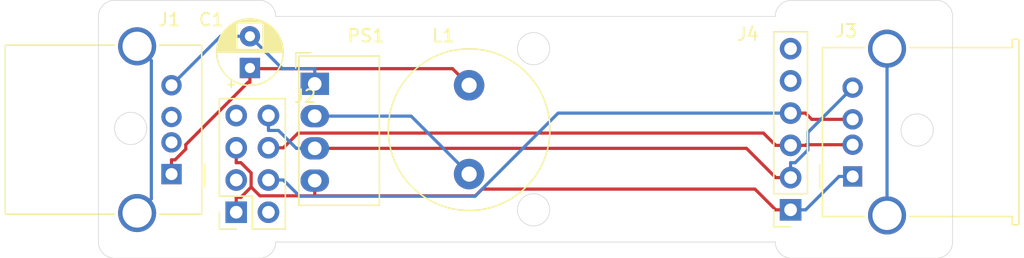
<source format=kicad_pcb>
(kicad_pcb (version 20171130) (host pcbnew "(5.1.12)-1")

  (general
    (thickness 1.6)
    (drawings 20)
    (tracks 68)
    (zones 0)
    (modules 7)
    (nets 17)
  )

  (page A4)
  (layers
    (0 F.Cu signal)
    (31 B.Cu signal)
    (32 B.Adhes user)
    (33 F.Adhes user)
    (34 B.Paste user)
    (35 F.Paste user)
    (36 B.SilkS user)
    (37 F.SilkS user)
    (38 B.Mask user)
    (39 F.Mask user)
    (40 Dwgs.User user)
    (41 Cmts.User user)
    (42 Eco1.User user)
    (43 Eco2.User user)
    (44 Edge.Cuts user)
    (45 Margin user)
    (46 B.CrtYd user)
    (47 F.CrtYd user)
    (48 B.Fab user)
    (49 F.Fab user)
  )

  (setup
    (last_trace_width 0.25)
    (trace_clearance 0.2)
    (zone_clearance 0.508)
    (zone_45_only no)
    (trace_min 0.2)
    (via_size 0.8)
    (via_drill 0.4)
    (via_min_size 0.4)
    (via_min_drill 0.3)
    (uvia_size 0.3)
    (uvia_drill 0.1)
    (uvias_allowed no)
    (uvia_min_size 0.2)
    (uvia_min_drill 0.1)
    (edge_width 0.05)
    (segment_width 0.2)
    (pcb_text_width 0.3)
    (pcb_text_size 1.5 1.5)
    (mod_edge_width 0.12)
    (mod_text_size 1 1)
    (mod_text_width 0.15)
    (pad_size 1.524 1.524)
    (pad_drill 0.762)
    (pad_to_mask_clearance 0)
    (aux_axis_origin 127 83.82)
    (visible_elements 7FFFFFFF)
    (pcbplotparams
      (layerselection 0x010fc_ffffffff)
      (usegerberextensions false)
      (usegerberattributes true)
      (usegerberadvancedattributes true)
      (creategerberjobfile true)
      (excludeedgelayer true)
      (linewidth 0.100000)
      (plotframeref false)
      (viasonmask false)
      (mode 1)
      (useauxorigin false)
      (hpglpennumber 1)
      (hpglpenspeed 20)
      (hpglpendiameter 15.000000)
      (psnegative false)
      (psa4output false)
      (plotreference true)
      (plotvalue true)
      (plotinvisibletext false)
      (padsonsilk false)
      (subtractmaskfromsilk false)
      (outputformat 1)
      (mirror false)
      (drillshape 1)
      (scaleselection 1)
      (outputdirectory ""))
  )

  (net 0 "")
  (net 1 GND)
  (net 2 "Net-(J1-Pad2)")
  (net 3 "Net-(J1-Pad3)")
  (net 4 "Net-(J1-Pad5)")
  (net 5 "Net-(J2-Pad2)")
  (net 6 "Net-(J2-Pad3)")
  (net 7 "Net-(J2-Pad4)")
  (net 8 "Net-(J2-Pad6)")
  (net 9 "Net-(J2-Pad7)")
  (net 10 GND2)
  (net 11 "Net-(J3-Pad5)")
  (net 12 "Net-(L1-Pad2)")
  (net 13 "Net-(J4-Pad5)")
  (net 14 "Net-(J4-Pad6)")
  (net 15 +5V)
  (net 16 +3V3)

  (net_class Default "This is the default net class."
    (clearance 0.2)
    (trace_width 0.25)
    (via_dia 0.8)
    (via_drill 0.4)
    (uvia_dia 0.3)
    (uvia_drill 0.1)
    (add_net +3V3)
    (add_net +5V)
    (add_net GND)
    (add_net GND2)
    (add_net "Net-(J1-Pad2)")
    (add_net "Net-(J1-Pad3)")
    (add_net "Net-(J1-Pad5)")
    (add_net "Net-(J2-Pad2)")
    (add_net "Net-(J2-Pad3)")
    (add_net "Net-(J2-Pad4)")
    (add_net "Net-(J2-Pad6)")
    (add_net "Net-(J2-Pad7)")
    (add_net "Net-(J3-Pad5)")
    (add_net "Net-(J4-Pad5)")
    (add_net "Net-(J4-Pad6)")
    (add_net "Net-(L1-Pad2)")
  )

  (module Connector_PinSocket_2.54mm:PinSocket_1x06_P2.54mm_Vertical (layer F.Cu) (tedit 5A19A430) (tstamp 63462F57)
    (at 128.206 92.71 180)
    (descr "Through hole straight socket strip, 1x06, 2.54mm pitch, single row (from Kicad 4.0.7), script generated")
    (tags "Through hole socket strip THT 1x06 2.54mm single row")
    (path /6348F4C0)
    (fp_text reference J4 (at 3.3655 13.843) (layer F.SilkS)
      (effects (font (size 1 1) (thickness 0.15)))
    )
    (fp_text value Conn_01x06_Female (at -2.3495 6.477 90) (layer F.Fab)
      (effects (font (size 1 1) (thickness 0.15)))
    )
    (fp_line (start -1.8 14.45) (end -1.8 -1.8) (layer F.CrtYd) (width 0.05))
    (fp_line (start 1.75 14.45) (end -1.8 14.45) (layer F.CrtYd) (width 0.05))
    (fp_line (start 1.75 -1.8) (end 1.75 14.45) (layer F.CrtYd) (width 0.05))
    (fp_line (start -1.8 -1.8) (end 1.75 -1.8) (layer F.CrtYd) (width 0.05))
    (fp_line (start 0 -1.33) (end 1.33 -1.33) (layer F.SilkS) (width 0.12))
    (fp_line (start 1.33 -1.33) (end 1.33 0) (layer F.SilkS) (width 0.12))
    (fp_line (start 1.33 1.27) (end 1.33 14.03) (layer F.SilkS) (width 0.12))
    (fp_line (start -1.33 14.03) (end 1.33 14.03) (layer F.SilkS) (width 0.12))
    (fp_line (start -1.33 1.27) (end -1.33 14.03) (layer F.SilkS) (width 0.12))
    (fp_line (start -1.33 1.27) (end 1.33 1.27) (layer F.SilkS) (width 0.12))
    (fp_line (start -1.27 13.97) (end -1.27 -1.27) (layer F.Fab) (width 0.1))
    (fp_line (start 1.27 13.97) (end -1.27 13.97) (layer F.Fab) (width 0.1))
    (fp_line (start 1.27 -0.635) (end 1.27 13.97) (layer F.Fab) (width 0.1))
    (fp_line (start 0.635 -1.27) (end 1.27 -0.635) (layer F.Fab) (width 0.1))
    (fp_line (start -1.27 -1.27) (end 0.635 -1.27) (layer F.Fab) (width 0.1))
    (fp_text user %R (at -5.775 6.35 90) (layer F.Fab)
      (effects (font (size 1 1) (thickness 0.15)))
    )
    (pad 6 thru_hole oval (at 0 12.7 180) (size 1.7 1.7) (drill 1) (layers *.Cu *.Mask)
      (net 14 "Net-(J4-Pad6)"))
    (pad 5 thru_hole oval (at 0 10.16 180) (size 1.7 1.7) (drill 1) (layers *.Cu *.Mask)
      (net 13 "Net-(J4-Pad5)"))
    (pad 4 thru_hole oval (at 0 7.62 180) (size 1.7 1.7) (drill 1) (layers *.Cu *.Mask)
      (net 7 "Net-(J2-Pad4)"))
    (pad 3 thru_hole oval (at 0 5.08 180) (size 1.7 1.7) (drill 1) (layers *.Cu *.Mask)
      (net 8 "Net-(J2-Pad6)"))
    (pad 2 thru_hole oval (at 0 2.54 180) (size 1.7 1.7) (drill 1) (layers *.Cu *.Mask)
      (net 10 GND2))
    (pad 1 thru_hole rect (at 0 0 180) (size 1.7 1.7) (drill 1) (layers *.Cu *.Mask)
      (net 16 +3V3))
    (model ${KISYS3DMOD}/Connector_PinSocket_2.54mm.3dshapes/PinSocket_1x06_P2.54mm_Vertical.wrl
      (at (xyz 0 0 0))
      (scale (xyz 1 1 1))
      (rotate (xyz 0 0 0))
    )
  )

  (module Inductor_THT:L_Radial_D12.5mm_P7.00mm_Fastron_09HCP (layer F.Cu) (tedit 5AE59B06) (tstamp 6345F9CD)
    (at 102.87 82.894 270)
    (descr "Inductor, Radial series, Radial, pin pitch=7.00mm, , diameter=12.5mm, Fastron, 09HCP, http://cdn-reichelt.de/documents/datenblatt/B400/DS_09HCP.pdf")
    (tags "Inductor Radial series Radial pin pitch 7.00mm  diameter 12.5mm Fastron 09HCP")
    (path /634BA9E4)
    (fp_text reference L1 (at -3.9 2.032 180) (layer F.SilkS)
      (effects (font (size 1 1) (thickness 0.15)))
    )
    (fp_text value INDUCTOR (at 3.5 7.5 90) (layer F.Fab)
      (effects (font (size 1 1) (thickness 0.15)))
    )
    (fp_circle (center 3.5 0) (end 9.75 0) (layer F.Fab) (width 0.1))
    (fp_circle (center 3.5 0) (end 9.87 0) (layer F.SilkS) (width 0.12))
    (fp_circle (center 3.5 0) (end 10 0) (layer F.CrtYd) (width 0.05))
    (fp_text user %R (at 3.5 0 90) (layer F.Fab)
      (effects (font (size 1 1) (thickness 0.15)))
    )
    (pad 1 thru_hole circle (at 0 0 270) (size 2.4 2.4) (drill 1.2) (layers *.Cu *.Mask)
      (net 15 +5V))
    (pad 2 thru_hole circle (at 7 0 270) (size 2.4 2.4) (drill 1.2) (layers *.Cu *.Mask)
      (net 12 "Net-(L1-Pad2)"))
    (model ${KISYS3DMOD}/Inductor_THT.3dshapes/L_Radial_D12.5mm_P7.00mm_Fastron_09HCP.wrl
      (at (xyz 0 0 0))
      (scale (xyz 1 1 1))
      (rotate (xyz 0 0 0))
    )
  )

  (module Capacitor_THT:CP_Radial_D5.0mm_P2.50mm (layer F.Cu) (tedit 5AE50EF0) (tstamp 6345F905)
    (at 85.598 81.534 90)
    (descr "CP, Radial series, Radial, pin pitch=2.50mm, , diameter=5mm, Electrolytic Capacitor")
    (tags "CP Radial series Radial pin pitch 2.50mm  diameter 5mm Electrolytic Capacitor")
    (path /60BED24B)
    (fp_text reference C1 (at 3.81 -3.048 180) (layer F.SilkS)
      (effects (font (size 1 1) (thickness 0.15)))
    )
    (fp_text value CP (at 2.4765 3.937 180) (layer F.Fab)
      (effects (font (size 1 1) (thickness 0.15)))
    )
    (fp_circle (center 1.25 0) (end 3.75 0) (layer F.Fab) (width 0.1))
    (fp_circle (center 1.25 0) (end 3.87 0) (layer F.SilkS) (width 0.12))
    (fp_circle (center 1.25 0) (end 4 0) (layer F.CrtYd) (width 0.05))
    (fp_line (start -0.883605 -1.0875) (end -0.383605 -1.0875) (layer F.Fab) (width 0.1))
    (fp_line (start -0.633605 -1.3375) (end -0.633605 -0.8375) (layer F.Fab) (width 0.1))
    (fp_line (start 1.25 -2.58) (end 1.25 2.58) (layer F.SilkS) (width 0.12))
    (fp_line (start 1.29 -2.58) (end 1.29 2.58) (layer F.SilkS) (width 0.12))
    (fp_line (start 1.33 -2.579) (end 1.33 2.579) (layer F.SilkS) (width 0.12))
    (fp_line (start 1.37 -2.578) (end 1.37 2.578) (layer F.SilkS) (width 0.12))
    (fp_line (start 1.41 -2.576) (end 1.41 2.576) (layer F.SilkS) (width 0.12))
    (fp_line (start 1.45 -2.573) (end 1.45 2.573) (layer F.SilkS) (width 0.12))
    (fp_line (start 1.49 -2.569) (end 1.49 -1.04) (layer F.SilkS) (width 0.12))
    (fp_line (start 1.49 1.04) (end 1.49 2.569) (layer F.SilkS) (width 0.12))
    (fp_line (start 1.53 -2.565) (end 1.53 -1.04) (layer F.SilkS) (width 0.12))
    (fp_line (start 1.53 1.04) (end 1.53 2.565) (layer F.SilkS) (width 0.12))
    (fp_line (start 1.57 -2.561) (end 1.57 -1.04) (layer F.SilkS) (width 0.12))
    (fp_line (start 1.57 1.04) (end 1.57 2.561) (layer F.SilkS) (width 0.12))
    (fp_line (start 1.61 -2.556) (end 1.61 -1.04) (layer F.SilkS) (width 0.12))
    (fp_line (start 1.61 1.04) (end 1.61 2.556) (layer F.SilkS) (width 0.12))
    (fp_line (start 1.65 -2.55) (end 1.65 -1.04) (layer F.SilkS) (width 0.12))
    (fp_line (start 1.65 1.04) (end 1.65 2.55) (layer F.SilkS) (width 0.12))
    (fp_line (start 1.69 -2.543) (end 1.69 -1.04) (layer F.SilkS) (width 0.12))
    (fp_line (start 1.69 1.04) (end 1.69 2.543) (layer F.SilkS) (width 0.12))
    (fp_line (start 1.73 -2.536) (end 1.73 -1.04) (layer F.SilkS) (width 0.12))
    (fp_line (start 1.73 1.04) (end 1.73 2.536) (layer F.SilkS) (width 0.12))
    (fp_line (start 1.77 -2.528) (end 1.77 -1.04) (layer F.SilkS) (width 0.12))
    (fp_line (start 1.77 1.04) (end 1.77 2.528) (layer F.SilkS) (width 0.12))
    (fp_line (start 1.81 -2.52) (end 1.81 -1.04) (layer F.SilkS) (width 0.12))
    (fp_line (start 1.81 1.04) (end 1.81 2.52) (layer F.SilkS) (width 0.12))
    (fp_line (start 1.85 -2.511) (end 1.85 -1.04) (layer F.SilkS) (width 0.12))
    (fp_line (start 1.85 1.04) (end 1.85 2.511) (layer F.SilkS) (width 0.12))
    (fp_line (start 1.89 -2.501) (end 1.89 -1.04) (layer F.SilkS) (width 0.12))
    (fp_line (start 1.89 1.04) (end 1.89 2.501) (layer F.SilkS) (width 0.12))
    (fp_line (start 1.93 -2.491) (end 1.93 -1.04) (layer F.SilkS) (width 0.12))
    (fp_line (start 1.93 1.04) (end 1.93 2.491) (layer F.SilkS) (width 0.12))
    (fp_line (start 1.971 -2.48) (end 1.971 -1.04) (layer F.SilkS) (width 0.12))
    (fp_line (start 1.971 1.04) (end 1.971 2.48) (layer F.SilkS) (width 0.12))
    (fp_line (start 2.011 -2.468) (end 2.011 -1.04) (layer F.SilkS) (width 0.12))
    (fp_line (start 2.011 1.04) (end 2.011 2.468) (layer F.SilkS) (width 0.12))
    (fp_line (start 2.051 -2.455) (end 2.051 -1.04) (layer F.SilkS) (width 0.12))
    (fp_line (start 2.051 1.04) (end 2.051 2.455) (layer F.SilkS) (width 0.12))
    (fp_line (start 2.091 -2.442) (end 2.091 -1.04) (layer F.SilkS) (width 0.12))
    (fp_line (start 2.091 1.04) (end 2.091 2.442) (layer F.SilkS) (width 0.12))
    (fp_line (start 2.131 -2.428) (end 2.131 -1.04) (layer F.SilkS) (width 0.12))
    (fp_line (start 2.131 1.04) (end 2.131 2.428) (layer F.SilkS) (width 0.12))
    (fp_line (start 2.171 -2.414) (end 2.171 -1.04) (layer F.SilkS) (width 0.12))
    (fp_line (start 2.171 1.04) (end 2.171 2.414) (layer F.SilkS) (width 0.12))
    (fp_line (start 2.211 -2.398) (end 2.211 -1.04) (layer F.SilkS) (width 0.12))
    (fp_line (start 2.211 1.04) (end 2.211 2.398) (layer F.SilkS) (width 0.12))
    (fp_line (start 2.251 -2.382) (end 2.251 -1.04) (layer F.SilkS) (width 0.12))
    (fp_line (start 2.251 1.04) (end 2.251 2.382) (layer F.SilkS) (width 0.12))
    (fp_line (start 2.291 -2.365) (end 2.291 -1.04) (layer F.SilkS) (width 0.12))
    (fp_line (start 2.291 1.04) (end 2.291 2.365) (layer F.SilkS) (width 0.12))
    (fp_line (start 2.331 -2.348) (end 2.331 -1.04) (layer F.SilkS) (width 0.12))
    (fp_line (start 2.331 1.04) (end 2.331 2.348) (layer F.SilkS) (width 0.12))
    (fp_line (start 2.371 -2.329) (end 2.371 -1.04) (layer F.SilkS) (width 0.12))
    (fp_line (start 2.371 1.04) (end 2.371 2.329) (layer F.SilkS) (width 0.12))
    (fp_line (start 2.411 -2.31) (end 2.411 -1.04) (layer F.SilkS) (width 0.12))
    (fp_line (start 2.411 1.04) (end 2.411 2.31) (layer F.SilkS) (width 0.12))
    (fp_line (start 2.451 -2.29) (end 2.451 -1.04) (layer F.SilkS) (width 0.12))
    (fp_line (start 2.451 1.04) (end 2.451 2.29) (layer F.SilkS) (width 0.12))
    (fp_line (start 2.491 -2.268) (end 2.491 -1.04) (layer F.SilkS) (width 0.12))
    (fp_line (start 2.491 1.04) (end 2.491 2.268) (layer F.SilkS) (width 0.12))
    (fp_line (start 2.531 -2.247) (end 2.531 -1.04) (layer F.SilkS) (width 0.12))
    (fp_line (start 2.531 1.04) (end 2.531 2.247) (layer F.SilkS) (width 0.12))
    (fp_line (start 2.571 -2.224) (end 2.571 -1.04) (layer F.SilkS) (width 0.12))
    (fp_line (start 2.571 1.04) (end 2.571 2.224) (layer F.SilkS) (width 0.12))
    (fp_line (start 2.611 -2.2) (end 2.611 -1.04) (layer F.SilkS) (width 0.12))
    (fp_line (start 2.611 1.04) (end 2.611 2.2) (layer F.SilkS) (width 0.12))
    (fp_line (start 2.651 -2.175) (end 2.651 -1.04) (layer F.SilkS) (width 0.12))
    (fp_line (start 2.651 1.04) (end 2.651 2.175) (layer F.SilkS) (width 0.12))
    (fp_line (start 2.691 -2.149) (end 2.691 -1.04) (layer F.SilkS) (width 0.12))
    (fp_line (start 2.691 1.04) (end 2.691 2.149) (layer F.SilkS) (width 0.12))
    (fp_line (start 2.731 -2.122) (end 2.731 -1.04) (layer F.SilkS) (width 0.12))
    (fp_line (start 2.731 1.04) (end 2.731 2.122) (layer F.SilkS) (width 0.12))
    (fp_line (start 2.771 -2.095) (end 2.771 -1.04) (layer F.SilkS) (width 0.12))
    (fp_line (start 2.771 1.04) (end 2.771 2.095) (layer F.SilkS) (width 0.12))
    (fp_line (start 2.811 -2.065) (end 2.811 -1.04) (layer F.SilkS) (width 0.12))
    (fp_line (start 2.811 1.04) (end 2.811 2.065) (layer F.SilkS) (width 0.12))
    (fp_line (start 2.851 -2.035) (end 2.851 -1.04) (layer F.SilkS) (width 0.12))
    (fp_line (start 2.851 1.04) (end 2.851 2.035) (layer F.SilkS) (width 0.12))
    (fp_line (start 2.891 -2.004) (end 2.891 -1.04) (layer F.SilkS) (width 0.12))
    (fp_line (start 2.891 1.04) (end 2.891 2.004) (layer F.SilkS) (width 0.12))
    (fp_line (start 2.931 -1.971) (end 2.931 -1.04) (layer F.SilkS) (width 0.12))
    (fp_line (start 2.931 1.04) (end 2.931 1.971) (layer F.SilkS) (width 0.12))
    (fp_line (start 2.971 -1.937) (end 2.971 -1.04) (layer F.SilkS) (width 0.12))
    (fp_line (start 2.971 1.04) (end 2.971 1.937) (layer F.SilkS) (width 0.12))
    (fp_line (start 3.011 -1.901) (end 3.011 -1.04) (layer F.SilkS) (width 0.12))
    (fp_line (start 3.011 1.04) (end 3.011 1.901) (layer F.SilkS) (width 0.12))
    (fp_line (start 3.051 -1.864) (end 3.051 -1.04) (layer F.SilkS) (width 0.12))
    (fp_line (start 3.051 1.04) (end 3.051 1.864) (layer F.SilkS) (width 0.12))
    (fp_line (start 3.091 -1.826) (end 3.091 -1.04) (layer F.SilkS) (width 0.12))
    (fp_line (start 3.091 1.04) (end 3.091 1.826) (layer F.SilkS) (width 0.12))
    (fp_line (start 3.131 -1.785) (end 3.131 -1.04) (layer F.SilkS) (width 0.12))
    (fp_line (start 3.131 1.04) (end 3.131 1.785) (layer F.SilkS) (width 0.12))
    (fp_line (start 3.171 -1.743) (end 3.171 -1.04) (layer F.SilkS) (width 0.12))
    (fp_line (start 3.171 1.04) (end 3.171 1.743) (layer F.SilkS) (width 0.12))
    (fp_line (start 3.211 -1.699) (end 3.211 -1.04) (layer F.SilkS) (width 0.12))
    (fp_line (start 3.211 1.04) (end 3.211 1.699) (layer F.SilkS) (width 0.12))
    (fp_line (start 3.251 -1.653) (end 3.251 -1.04) (layer F.SilkS) (width 0.12))
    (fp_line (start 3.251 1.04) (end 3.251 1.653) (layer F.SilkS) (width 0.12))
    (fp_line (start 3.291 -1.605) (end 3.291 -1.04) (layer F.SilkS) (width 0.12))
    (fp_line (start 3.291 1.04) (end 3.291 1.605) (layer F.SilkS) (width 0.12))
    (fp_line (start 3.331 -1.554) (end 3.331 -1.04) (layer F.SilkS) (width 0.12))
    (fp_line (start 3.331 1.04) (end 3.331 1.554) (layer F.SilkS) (width 0.12))
    (fp_line (start 3.371 -1.5) (end 3.371 -1.04) (layer F.SilkS) (width 0.12))
    (fp_line (start 3.371 1.04) (end 3.371 1.5) (layer F.SilkS) (width 0.12))
    (fp_line (start 3.411 -1.443) (end 3.411 -1.04) (layer F.SilkS) (width 0.12))
    (fp_line (start 3.411 1.04) (end 3.411 1.443) (layer F.SilkS) (width 0.12))
    (fp_line (start 3.451 -1.383) (end 3.451 -1.04) (layer F.SilkS) (width 0.12))
    (fp_line (start 3.451 1.04) (end 3.451 1.383) (layer F.SilkS) (width 0.12))
    (fp_line (start 3.491 -1.319) (end 3.491 -1.04) (layer F.SilkS) (width 0.12))
    (fp_line (start 3.491 1.04) (end 3.491 1.319) (layer F.SilkS) (width 0.12))
    (fp_line (start 3.531 -1.251) (end 3.531 -1.04) (layer F.SilkS) (width 0.12))
    (fp_line (start 3.531 1.04) (end 3.531 1.251) (layer F.SilkS) (width 0.12))
    (fp_line (start 3.571 -1.178) (end 3.571 1.178) (layer F.SilkS) (width 0.12))
    (fp_line (start 3.611 -1.098) (end 3.611 1.098) (layer F.SilkS) (width 0.12))
    (fp_line (start 3.651 -1.011) (end 3.651 1.011) (layer F.SilkS) (width 0.12))
    (fp_line (start 3.691 -0.915) (end 3.691 0.915) (layer F.SilkS) (width 0.12))
    (fp_line (start 3.731 -0.805) (end 3.731 0.805) (layer F.SilkS) (width 0.12))
    (fp_line (start 3.771 -0.677) (end 3.771 0.677) (layer F.SilkS) (width 0.12))
    (fp_line (start 3.811 -0.518) (end 3.811 0.518) (layer F.SilkS) (width 0.12))
    (fp_line (start 3.851 -0.284) (end 3.851 0.284) (layer F.SilkS) (width 0.12))
    (fp_line (start -1.554775 -1.475) (end -1.054775 -1.475) (layer F.SilkS) (width 0.12))
    (fp_line (start -1.304775 -1.725) (end -1.304775 -1.225) (layer F.SilkS) (width 0.12))
    (fp_text user %R (at 1.25 0 90) (layer F.Fab)
      (effects (font (size 1 1) (thickness 0.15)))
    )
    (pad 1 thru_hole rect (at 0 0 90) (size 1.6 1.6) (drill 0.8) (layers *.Cu *.Mask)
      (net 15 +5V))
    (pad 2 thru_hole circle (at 2.5 0 90) (size 1.6 1.6) (drill 0.8) (layers *.Cu *.Mask)
      (net 1 GND))
    (model ${KISYS3DMOD}/Capacitor_THT.3dshapes/CP_Radial_D5.0mm_P2.50mm.wrl
      (at (xyz 0 0 0))
      (scale (xyz 1 1 1))
      (rotate (xyz 0 0 0))
    )
  )

  (module Converter_DCDC:Converter_DCDC_Murata_MEE1SxxxxSC_THT (layer F.Cu) (tedit 5DA38B20) (tstamp 6345F9E5)
    (at 90.7077 82.7865)
    (descr https://power.murata.com/pub/data/power/ncl/kdc_mee1.pdf)
    (tags "murata dc-dc transformer")
    (path /634AAAF0)
    (fp_text reference PS1 (at 4.0343 -3.7925 180) (layer F.SilkS)
      (effects (font (size 1 1) (thickness 0.15)))
    )
    (fp_text value MEE1S0503SC (at 3.7803 11.7015) (layer F.Fab)
      (effects (font (size 1 1) (thickness 0.15)))
    )
    (fp_line (start 5.09 -2.2) (end 5.09 9.57) (layer F.SilkS) (width 0.12))
    (fp_line (start 5.09 -2.2) (end -1.25 -2.2) (layer F.SilkS) (width 0.12))
    (fp_line (start -1.25 -2.2) (end -1.25 9.57) (layer F.SilkS) (width 0.12))
    (fp_line (start 5.09 9.57) (end -1.25 9.57) (layer F.SilkS) (width 0.12))
    (fp_line (start 4.97 -2.08) (end 4.97 9.45) (layer F.Fab) (width 0.1))
    (fp_line (start -0.423 -2.08) (end -1.13 -1.373) (layer F.Fab) (width 0.1))
    (fp_line (start -0.423 -2.08) (end 4.97 -2.08) (layer F.Fab) (width 0.1))
    (fp_line (start -1.13 -1.373) (end -1.13 9.45) (layer F.Fab) (width 0.1))
    (fp_line (start -1.13 9.45) (end 4.97 9.45) (layer F.Fab) (width 0.1))
    (fp_line (start 5.22 -2.33) (end 5.22 9.7) (layer F.CrtYd) (width 0.05))
    (fp_line (start 5.22 -2.33) (end -1.38 -2.33) (layer F.CrtYd) (width 0.05))
    (fp_line (start -1.38 -2.33) (end -1.38 9.7) (layer F.CrtYd) (width 0.05))
    (fp_line (start 5.22 9.7) (end -1.38 9.7) (layer F.CrtYd) (width 0.05))
    (fp_line (start -0.3 -2.45) (end -1.5 -2.45) (layer F.SilkS) (width 0.12))
    (fp_line (start -1.5 -2.45) (end -1.5 -1.25) (layer F.SilkS) (width 0.12))
    (fp_text user %R (at 2.794 3.556 270) (layer F.Fab)
      (effects (font (size 1 1) (thickness 0.15)))
    )
    (pad 4 thru_hole oval (at 0 7.62 270) (size 1.75 2.25) (drill 1.075) (layers *.Cu *.Mask)
      (net 16 +3V3))
    (pad 3 thru_hole oval (at 0 5.08 270) (size 1.75 2.25) (drill 1.075) (layers *.Cu *.Mask)
      (net 10 GND2))
    (pad 2 thru_hole oval (at 0 2.54 270) (size 1.75 2.25) (drill 1.075) (layers *.Cu *.Mask)
      (net 12 "Net-(L1-Pad2)"))
    (pad 1 thru_hole rect (at 0 0 270) (size 1.75 2.25) (drill 1.075) (layers *.Cu *.Mask)
      (net 1 GND))
    (model ${KISYS3DMOD}/Converter_DCDC.3dshapes/Converter_DCDC_Murata_MEE1SxxxxSC_THT.wrl
      (at (xyz 0 0 0))
      (scale (xyz 1 1 1))
      (rotate (xyz 0 0 0))
    )
  )

  (module Connector_PinSocket_2.54mm:PinSocket_2x04_P2.54mm_Vertical (layer F.Cu) (tedit 5A19A422) (tstamp 6345F944)
    (at 84.5185 92.9005 180)
    (descr "Through hole straight socket strip, 2x04, 2.54mm pitch, double cols (from Kicad 4.0.7), script generated")
    (tags "Through hole socket strip THT 2x04 2.54mm double row")
    (path /63473160)
    (fp_text reference J2 (at -5.4363 9.144) (layer F.SilkS)
      (effects (font (size 1 1) (thickness 0.15)))
    )
    (fp_text value Conn_02x04_Odd_Even (at -4.1663 10.16) (layer F.Fab)
      (effects (font (size 1 1) (thickness 0.15)))
    )
    (fp_line (start -3.81 -1.27) (end 0.27 -1.27) (layer F.Fab) (width 0.1))
    (fp_line (start 0.27 -1.27) (end 1.27 -0.27) (layer F.Fab) (width 0.1))
    (fp_line (start 1.27 -0.27) (end 1.27 8.89) (layer F.Fab) (width 0.1))
    (fp_line (start 1.27 8.89) (end -3.81 8.89) (layer F.Fab) (width 0.1))
    (fp_line (start -3.81 8.89) (end -3.81 -1.27) (layer F.Fab) (width 0.1))
    (fp_line (start -3.87 -1.33) (end -1.27 -1.33) (layer F.SilkS) (width 0.12))
    (fp_line (start -3.87 -1.33) (end -3.87 8.95) (layer F.SilkS) (width 0.12))
    (fp_line (start -3.87 8.95) (end 1.33 8.95) (layer F.SilkS) (width 0.12))
    (fp_line (start 1.33 1.27) (end 1.33 8.95) (layer F.SilkS) (width 0.12))
    (fp_line (start -1.27 1.27) (end 1.33 1.27) (layer F.SilkS) (width 0.12))
    (fp_line (start -1.27 -1.33) (end -1.27 1.27) (layer F.SilkS) (width 0.12))
    (fp_line (start 1.33 -1.33) (end 1.33 0) (layer F.SilkS) (width 0.12))
    (fp_line (start 0 -1.33) (end 1.33 -1.33) (layer F.SilkS) (width 0.12))
    (fp_line (start -4.34 -1.8) (end 1.76 -1.8) (layer F.CrtYd) (width 0.05))
    (fp_line (start 1.76 -1.8) (end 1.76 9.4) (layer F.CrtYd) (width 0.05))
    (fp_line (start 1.76 9.4) (end -4.34 9.4) (layer F.CrtYd) (width 0.05))
    (fp_line (start -4.34 9.4) (end -4.34 -1.8) (layer F.CrtYd) (width 0.05))
    (fp_text user %R (at -1.27 3.81 90) (layer F.Fab)
      (effects (font (size 1 1) (thickness 0.15)))
    )
    (pad 1 thru_hole rect (at 0 0 180) (size 1.7 1.7) (drill 1) (layers *.Cu *.Mask)
      (net 16 +3V3))
    (pad 2 thru_hole oval (at -2.54 0 180) (size 1.7 1.7) (drill 1) (layers *.Cu *.Mask)
      (net 5 "Net-(J2-Pad2)"))
    (pad 3 thru_hole oval (at 0 2.54 180) (size 1.7 1.7) (drill 1) (layers *.Cu *.Mask)
      (net 6 "Net-(J2-Pad3)"))
    (pad 4 thru_hole oval (at -2.54 2.54 180) (size 1.7 1.7) (drill 1) (layers *.Cu *.Mask)
      (net 7 "Net-(J2-Pad4)"))
    (pad 5 thru_hole oval (at 0 5.08 180) (size 1.7 1.7) (drill 1) (layers *.Cu *.Mask)
      (net 16 +3V3))
    (pad 6 thru_hole oval (at -2.54 5.08 180) (size 1.7 1.7) (drill 1) (layers *.Cu *.Mask)
      (net 8 "Net-(J2-Pad6)"))
    (pad 7 thru_hole oval (at 0 7.62 180) (size 1.7 1.7) (drill 1) (layers *.Cu *.Mask)
      (net 9 "Net-(J2-Pad7)"))
    (pad 8 thru_hole oval (at -2.54 7.62 180) (size 1.7 1.7) (drill 1) (layers *.Cu *.Mask)
      (net 10 GND2))
    (model ${KISYS3DMOD}/Connector_PinSocket_2.54mm.3dshapes/PinSocket_2x04_P2.54mm_Vertical.wrl
      (at (xyz 0 0 0))
      (scale (xyz 1 1 1))
      (rotate (xyz 0 0 0))
    )
  )

  (module kicad3_footprint:USB_A_Molex_67643_Horizontal_male_plug (layer F.Cu) (tedit 633B5613) (tstamp 6345F926)
    (at 79.418 82.894 270)
    (descr "USB type A, Horizontal, https://www.molex.com/pdm_docs/sd/676433910_sd.pdf")
    (tags "USB_A Female Connector receptacle")
    (path /634A96F4)
    (fp_text reference J1 (at -5.17 0.17 180) (layer F.SilkS)
      (effects (font (size 1 1) (thickness 0.15)))
    )
    (fp_text value USB_A (at -5.17 -0.592 180) (layer F.Fab)
      (effects (font (size 1 1) (thickness 0.15)))
    )
    (fp_line (start 7.112 -1.27) (end 8.112 -2.27) (layer F.Fab) (width 0.1))
    (fp_line (start 6.112 -2.27) (end 7.112 -1.27) (layer F.Fab) (width 0.1))
    (fp_line (start 6.212 -2.6) (end 8.012 -2.6) (layer F.SilkS) (width 0.12))
    (fp_line (start 10.16 4.47) (end 10.16 13.1) (layer F.SilkS) (width 0.12))
    (fp_line (start -3.16 13.1) (end 10.16 13.1) (layer F.SilkS) (width 0.12))
    (fp_line (start -3.048 12.99) (end -3.05 -2.27) (layer F.Fab) (width 0.1))
    (fp_line (start 10.16 -2.38) (end 10.16 0.95) (layer F.SilkS) (width 0.12))
    (fp_line (start -3.16 -2.38) (end -3.16 0.95) (layer F.SilkS) (width 0.12))
    (fp_line (start -3.16 -2.38) (end 10.16 -2.38) (layer F.SilkS) (width 0.12))
    (fp_line (start -3.556 13.49) (end -3.55 4.66) (layer F.CrtYd) (width 0.05))
    (fp_line (start 10.55 13.49) (end 10.55 4.66) (layer F.CrtYd) (width 0.05))
    (fp_line (start -3.556 13.49) (end 10.55 13.49) (layer F.CrtYd) (width 0.05))
    (fp_line (start -3.55 -2.77) (end -3.55 0.76) (layer F.CrtYd) (width 0.05))
    (fp_line (start 10.55 -2.77) (end 10.55 0.76) (layer F.CrtYd) (width 0.05))
    (fp_line (start -3.55 -2.77) (end 10.55 -2.77) (layer F.CrtYd) (width 0.05))
    (fp_line (start -3.05 9.27) (end 10.05 9.27) (layer F.Fab) (width 0.1))
    (fp_line (start -3.048 12.99) (end 10.05 12.99) (layer F.Fab) (width 0.1))
    (fp_line (start -3.16 13.1) (end -3.16 4.47) (layer F.SilkS) (width 0.12))
    (fp_line (start 10.05 -2.27) (end 10.05 12.99) (layer F.Fab) (width 0.1))
    (fp_line (start -3.05 -2.27) (end 10.05 -2.27) (layer F.Fab) (width 0.1))
    (fp_arc (start 10.07 2.71) (end 10.55 4.66) (angle -152.3426981) (layer F.CrtYd) (width 0.05))
    (fp_arc (start -3.07 2.71) (end -3.55 0.76) (angle -152.3426981) (layer F.CrtYd) (width 0.05))
    (fp_text user %R (at -5.17 4.742 180) (layer F.Fab)
      (effects (font (size 1 1) (thickness 0.15)))
    )
    (pad 1 thru_hole rect (at 7 0 270) (size 1.6 1.6) (drill 0.95) (layers *.Cu *.Mask)
      (net 15 +5V))
    (pad 2 thru_hole circle (at 4.5 0 270) (size 1.6 1.6) (drill 0.95) (layers *.Cu *.Mask)
      (net 2 "Net-(J1-Pad2)"))
    (pad 3 thru_hole circle (at 2.5 0 270) (size 1.6 1.6) (drill 0.95) (layers *.Cu *.Mask)
      (net 3 "Net-(J1-Pad3)"))
    (pad 4 thru_hole circle (at 0 0 270) (size 1.6 1.6) (drill 0.95) (layers *.Cu *.Mask)
      (net 1 GND))
    (pad 5 thru_hole circle (at 10.07 2.71 270) (size 3 3) (drill 2.3) (layers *.Cu *.Mask)
      (net 4 "Net-(J1-Pad5)"))
    (pad 5 thru_hole circle (at -3.07 2.71 270) (size 3 3) (drill 2.3) (layers *.Cu *.Mask)
      (net 4 "Net-(J1-Pad5)"))
    (model ${KISYS3DMOD}/Connector_USB.3dshapes/USB_A_Molex_67643_Horizontal.wrl
      (at (xyz 0 0 0))
      (scale (xyz 1 1 1))
      (rotate (xyz 0 0 0))
    )
  )

  (module kicad3_footprint:USB_A_Molex_67643_Horizontal_femal (layer F.Cu) (tedit 5EA03975) (tstamp 63462F05)
    (at 133.096 90.08 90)
    (descr "USB type A, Horizontal, https://www.molex.com/pdm_docs/sd/676433910_sd.pdf")
    (tags "USB_A Female Connector receptacle")
    (path /6348612A)
    (fp_text reference J3 (at 11.467 -0.508 180) (layer F.SilkS)
      (effects (font (size 1 1) (thickness 0.15)))
    )
    (fp_text value USB_A (at -2.122 6.7945 180) (layer F.Fab)
      (effects (font (size 1 1) (thickness 0.15)))
    )
    (fp_line (start 0 -1.27) (end 1 -2.27) (layer F.Fab) (width 0.1))
    (fp_line (start -1 -2.27) (end 0 -1.27) (layer F.Fab) (width 0.1))
    (fp_line (start -0.9 -2.6) (end 0.9 -2.6) (layer F.SilkS) (width 0.12))
    (fp_line (start -3.05 12.69) (end -3.7 12.69) (layer F.Fab) (width 0.1))
    (fp_line (start 10.81 12.58) (end 10.16 12.58) (layer F.SilkS) (width 0.12))
    (fp_line (start -3.81 12.58) (end -3.81 13.1) (layer F.SilkS) (width 0.12))
    (fp_line (start 10.16 4.47) (end 10.16 12.58) (layer F.SilkS) (width 0.12))
    (fp_line (start -3.81 13.1) (end 10.81 13.1) (layer F.SilkS) (width 0.12))
    (fp_line (start 10.81 13.1) (end 10.81 12.58) (layer F.SilkS) (width 0.12))
    (fp_line (start -3.05 12.69) (end -3.05 -2.27) (layer F.Fab) (width 0.1))
    (fp_line (start 10.16 -2.38) (end 10.16 0.95) (layer F.SilkS) (width 0.12))
    (fp_line (start -3.16 -2.38) (end -3.16 0.95) (layer F.SilkS) (width 0.12))
    (fp_line (start -3.16 -2.38) (end 10.16 -2.38) (layer F.SilkS) (width 0.12))
    (fp_line (start -3.55 12.19) (end -3.55 4.66) (layer F.CrtYd) (width 0.05))
    (fp_line (start -4.2 12.19) (end -3.55 12.19) (layer F.CrtYd) (width 0.05))
    (fp_line (start -4.2 13.49) (end -4.2 12.19) (layer F.CrtYd) (width 0.05))
    (fp_line (start 10.55 12.19) (end 10.55 4.66) (layer F.CrtYd) (width 0.05))
    (fp_line (start 11.2 12.19) (end 10.55 12.19) (layer F.CrtYd) (width 0.05))
    (fp_line (start 11.2 13.49) (end 11.2 12.19) (layer F.CrtYd) (width 0.05))
    (fp_line (start -4.2 13.49) (end 11.2 13.49) (layer F.CrtYd) (width 0.05))
    (fp_line (start -3.55 -2.77) (end -3.55 0.76) (layer F.CrtYd) (width 0.05))
    (fp_line (start 10.55 -2.77) (end 10.55 0.76) (layer F.CrtYd) (width 0.05))
    (fp_line (start -3.55 -2.77) (end 10.55 -2.77) (layer F.CrtYd) (width 0.05))
    (fp_line (start -3.05 9.27) (end 10.05 9.27) (layer F.Fab) (width 0.1))
    (fp_line (start 10.7 12.69) (end 10.05 12.69) (layer F.Fab) (width 0.1))
    (fp_line (start 10.7 12.99) (end 10.7 12.69) (layer F.Fab) (width 0.1))
    (fp_line (start -3.7 12.99) (end 10.7 12.99) (layer F.Fab) (width 0.1))
    (fp_line (start -3.7 12.69) (end -3.7 12.99) (layer F.Fab) (width 0.1))
    (fp_line (start -3.16 12.58) (end -3.81 12.58) (layer F.SilkS) (width 0.12))
    (fp_line (start -3.16 12.58) (end -3.16 4.47) (layer F.SilkS) (width 0.12))
    (fp_line (start 10.05 -2.27) (end 10.05 12.69) (layer F.Fab) (width 0.1))
    (fp_line (start -3.05 -2.27) (end 10.05 -2.27) (layer F.Fab) (width 0.1))
    (fp_arc (start 10.07 2.71) (end 10.55 4.66) (angle -152.3426981) (layer F.CrtYd) (width 0.05))
    (fp_arc (start -3.07 2.71) (end -3.55 0.76) (angle -152.3426981) (layer F.CrtYd) (width 0.05))
    (fp_text user %R (at 11.2765 5.6515 180) (layer F.Fab)
      (effects (font (size 1 1) (thickness 0.15)))
    )
    (pad 4 thru_hole circle (at 7 0 90) (size 1.6 1.6) (drill 0.95) (layers *.Cu *.Mask)
      (net 10 GND2))
    (pad 3 thru_hole circle (at 4.5 0 90) (size 1.6 1.6) (drill 0.95) (layers *.Cu *.Mask)
      (net 7 "Net-(J2-Pad4)"))
    (pad 2 thru_hole circle (at 2.5 0 90) (size 1.6 1.6) (drill 0.95) (layers *.Cu *.Mask)
      (net 8 "Net-(J2-Pad6)"))
    (pad 1 thru_hole rect (at 0 0 90) (size 1.6 1.5) (drill 0.95) (layers *.Cu *.Mask)
      (net 16 +3V3))
    (pad 5 thru_hole circle (at 10.07 2.71 90) (size 3 3) (drill 2.3) (layers *.Cu *.Mask)
      (net 11 "Net-(J3-Pad5)"))
    (pad 5 thru_hole circle (at -3.07 2.71 90) (size 3 3) (drill 2.3) (layers *.Cu *.Mask)
      (net 11 "Net-(J3-Pad5)"))
    (model ${KISYS3DMOD}/Connector_USB.3dshapes/USB_A_Molex_67643_Horizontal.wrl
      (at (xyz 0 0 0))
      (scale (xyz 1 1 1))
      (rotate (xyz 0 0 0))
    )
  )

  (gr_circle (center 76.2 86.2965) (end 76.2 85.0265) (layer Edge.Cuts) (width 0.05) (tstamp 634FC10E))
  (gr_circle (center 138.176 86.4235) (end 138.176 85.1535) (layer Edge.Cuts) (width 0.05) (tstamp 634FC10E))
  (gr_arc (start 86.36 95.25) (end 86.36 96.52) (angle -90) (layer Edge.Cuts) (width 0.05))
  (gr_arc (start 74.93 77.47) (end 74.93 76.2) (angle -90) (layer Edge.Cuts) (width 0.05))
  (gr_arc (start 86.36 77.47) (end 87.63 77.47) (angle -90) (layer Edge.Cuts) (width 0.05))
  (gr_arc (start 128.27 77.47) (end 128.27 76.2) (angle -90) (layer Edge.Cuts) (width 0.05))
  (gr_arc (start 139.7 77.47) (end 140.97 77.47) (angle -90) (layer Edge.Cuts) (width 0.05))
  (gr_arc (start 139.7 95.25) (end 139.7 96.52) (angle -90) (layer Edge.Cuts) (width 0.05))
  (gr_arc (start 128.27 95.25) (end 127 95.25) (angle -90) (layer Edge.Cuts) (width 0.05))
  (gr_arc (start 74.93 95.25) (end 73.66 95.25) (angle -90) (layer Edge.Cuts) (width 0.05))
  (gr_circle (center 107.95 92.71) (end 107.95 93.98) (layer Edge.Cuts) (width 0.05) (tstamp 6346330F))
  (gr_circle (center 107.95 80.01) (end 107.95 78.74) (layer Edge.Cuts) (width 0.05) (tstamp 63463312))
  (gr_line (start 139.7 76.2) (end 128.27 76.2) (layer Edge.Cuts) (width 0.05))
  (gr_line (start 128.27 96.52) (end 139.7 96.52) (layer Edge.Cuts) (width 0.05))
  (gr_line (start 87.63 95.25) (end 127 95.25) (layer Edge.Cuts) (width 0.05))
  (gr_line (start 74.93 96.52) (end 86.36 96.52) (layer Edge.Cuts) (width 0.05))
  (gr_line (start 74.93 76.2) (end 86.36 76.2) (layer Edge.Cuts) (width 0.05))
  (gr_line (start 73.66 95.25) (end 73.66 77.47) (layer Edge.Cuts) (width 0.05) (tstamp 6341886B))
  (gr_line (start 140.97 77.47) (end 140.97 95.25) (layer Edge.Cuts) (width 0.05))
  (gr_line (start 87.63 77.47) (end 127 77.47) (layer Edge.Cuts) (width 0.05) (tstamp 6341945D))

  (segment (start 90.7077 82.7865) (end 90.7077 81.5864) (width 0.25) (layer B.Cu) (net 1))
  (segment (start 90.7077 81.5864) (end 88.1504 81.5864) (width 0.25) (layer B.Cu) (net 1))
  (segment (start 88.1504 81.5864) (end 85.598 79.034) (width 0.25) (layer B.Cu) (net 1))
  (segment (start 79.418 82.894) (end 83.278 79.034) (width 0.25) (layer B.Cu) (net 1))
  (segment (start 83.278 79.034) (end 85.598 79.034) (width 0.25) (layer B.Cu) (net 1))
  (segment (start 76.708 79.824) (end 77.8307 80.9467) (width 0.25) (layer B.Cu) (net 4))
  (segment (start 77.8307 80.9467) (end 77.8307 91.8413) (width 0.25) (layer B.Cu) (net 4))
  (segment (start 77.8307 91.8413) (end 76.708 92.964) (width 0.25) (layer B.Cu) (net 4))
  (segment (start 87.0585 90.3605) (end 88.2336 90.3605) (width 0.25) (layer B.Cu) (net 7))
  (segment (start 128.206 85.09) (end 109.8826 85.09) (width 0.25) (layer B.Cu) (net 7))
  (segment (start 109.8826 85.09) (end 103.3326 91.64) (width 0.25) (layer B.Cu) (net 7))
  (segment (start 103.3326 91.64) (end 89.5131 91.64) (width 0.25) (layer B.Cu) (net 7))
  (segment (start 89.5131 91.64) (end 88.2336 90.3605) (width 0.25) (layer B.Cu) (net 7))
  (segment (start 128.206 85.09) (end 129.3811 85.09) (width 0.25) (layer F.Cu) (net 7))
  (segment (start 133.096 85.58) (end 129.8711 85.58) (width 0.25) (layer F.Cu) (net 7))
  (segment (start 129.8711 85.58) (end 129.3811 85.09) (width 0.25) (layer F.Cu) (net 7))
  (segment (start 128.206 87.63) (end 127.0309 87.63) (width 0.25) (layer F.Cu) (net 8))
  (segment (start 87.0585 87.8205) (end 88.2336 87.8205) (width 0.25) (layer F.Cu) (net 8))
  (segment (start 88.2336 87.8205) (end 89.3929 86.6612) (width 0.25) (layer F.Cu) (net 8))
  (segment (start 89.3929 86.6612) (end 126.0621 86.6612) (width 0.25) (layer F.Cu) (net 8))
  (segment (start 126.0621 86.6612) (end 127.0309 87.63) (width 0.25) (layer F.Cu) (net 8))
  (segment (start 128.206 87.63) (end 129.3811 87.63) (width 0.25) (layer F.Cu) (net 8))
  (segment (start 133.096 87.58) (end 129.4311 87.58) (width 0.25) (layer F.Cu) (net 8))
  (segment (start 129.4311 87.58) (end 129.3811 87.63) (width 0.25) (layer F.Cu) (net 8))
  (segment (start 87.0585 85.2805) (end 87.0585 86.4556) (width 0.25) (layer B.Cu) (net 10))
  (segment (start 90.7077 87.8665) (end 89.2576 87.8665) (width 0.25) (layer B.Cu) (net 10))
  (segment (start 89.2576 87.8665) (end 87.8467 86.4556) (width 0.25) (layer B.Cu) (net 10))
  (segment (start 87.8467 86.4556) (end 87.0585 86.4556) (width 0.25) (layer B.Cu) (net 10))
  (segment (start 128.206 90.17) (end 127.0309 90.17) (width 0.25) (layer F.Cu) (net 10))
  (segment (start 90.7077 87.8665) (end 124.7274 87.8665) (width 0.25) (layer F.Cu) (net 10))
  (segment (start 124.7274 87.8665) (end 127.0309 90.17) (width 0.25) (layer F.Cu) (net 10))
  (segment (start 128.206 90.17) (end 128.206 88.9949) (width 0.25) (layer B.Cu) (net 10))
  (segment (start 133.096 83.08) (end 129.5708 86.6052) (width 0.25) (layer B.Cu) (net 10))
  (segment (start 129.5708 86.6052) (end 129.5708 87.9953) (width 0.25) (layer B.Cu) (net 10))
  (segment (start 129.5708 87.9953) (end 128.5712 88.9949) (width 0.25) (layer B.Cu) (net 10))
  (segment (start 128.5712 88.9949) (end 128.206 88.9949) (width 0.25) (layer B.Cu) (net 10))
  (segment (start 135.806 93.15) (end 135.806 80.01) (width 0.25) (layer B.Cu) (net 11))
  (segment (start 90.7077 85.3265) (end 98.3025 85.3265) (width 0.25) (layer B.Cu) (net 12))
  (segment (start 98.3025 85.3265) (end 102.87 89.894) (width 0.25) (layer B.Cu) (net 12))
  (segment (start 85.598 82.2353) (end 86.247 81.5863) (width 0.25) (layer F.Cu) (net 15))
  (segment (start 86.247 81.5863) (end 101.5623 81.5863) (width 0.25) (layer F.Cu) (net 15))
  (segment (start 101.5623 81.5863) (end 102.87 82.894) (width 0.25) (layer F.Cu) (net 15))
  (segment (start 85.598 82.2353) (end 85.598 82.6591) (width 0.25) (layer F.Cu) (net 15))
  (segment (start 85.598 81.534) (end 85.598 82.2353) (width 0.25) (layer F.Cu) (net 15))
  (segment (start 79.418 89.894) (end 79.418 88.7689) (width 0.25) (layer F.Cu) (net 15))
  (segment (start 79.418 88.7689) (end 79.6994 88.7689) (width 0.25) (layer F.Cu) (net 15))
  (segment (start 79.6994 88.7689) (end 80.5431 87.9252) (width 0.25) (layer F.Cu) (net 15))
  (segment (start 80.5431 87.9252) (end 80.5431 87.5734) (width 0.25) (layer F.Cu) (net 15))
  (segment (start 80.5431 87.5734) (end 85.4574 82.6591) (width 0.25) (layer F.Cu) (net 15))
  (segment (start 85.4574 82.6591) (end 85.598 82.6591) (width 0.25) (layer F.Cu) (net 15))
  (segment (start 85.6936 90.9176) (end 84.8858 91.7254) (width 0.25) (layer F.Cu) (net 16))
  (segment (start 84.8858 91.7254) (end 84.5185 91.7254) (width 0.25) (layer F.Cu) (net 16))
  (segment (start 84.5185 88.9956) (end 84.8857 88.9956) (width 0.25) (layer F.Cu) (net 16))
  (segment (start 84.8857 88.9956) (end 85.6936 89.8035) (width 0.25) (layer F.Cu) (net 16))
  (segment (start 85.6936 89.8035) (end 85.6936 90.9176) (width 0.25) (layer F.Cu) (net 16))
  (segment (start 85.6936 90.9176) (end 86.3826 91.6066) (width 0.25) (layer F.Cu) (net 16))
  (segment (start 86.3826 91.6066) (end 90.7077 91.6066) (width 0.25) (layer F.Cu) (net 16))
  (segment (start 84.5185 92.9005) (end 84.5185 91.7254) (width 0.25) (layer F.Cu) (net 16))
  (segment (start 84.5185 87.8205) (end 84.5185 88.9956) (width 0.25) (layer F.Cu) (net 16))
  (segment (start 90.7077 90.4065) (end 90.7077 91.6066) (width 0.25) (layer F.Cu) (net 16))
  (segment (start 128.206 92.71) (end 127.0309 92.71) (width 0.25) (layer F.Cu) (net 16))
  (segment (start 127.0309 92.71) (end 125.398 91.0771) (width 0.25) (layer F.Cu) (net 16))
  (segment (start 125.398 91.0771) (end 103.8955 91.0771) (width 0.25) (layer F.Cu) (net 16))
  (segment (start 103.8955 91.0771) (end 103.366 91.6066) (width 0.25) (layer F.Cu) (net 16))
  (segment (start 103.366 91.6066) (end 90.7077 91.6066) (width 0.25) (layer F.Cu) (net 16))
  (segment (start 133.096 90.08) (end 132.0209 90.08) (width 0.25) (layer B.Cu) (net 16))
  (segment (start 132.0209 90.08) (end 129.3909 92.71) (width 0.25) (layer B.Cu) (net 16))
  (segment (start 129.3909 92.71) (end 128.206 92.71) (width 0.25) (layer B.Cu) (net 16))

)

</source>
